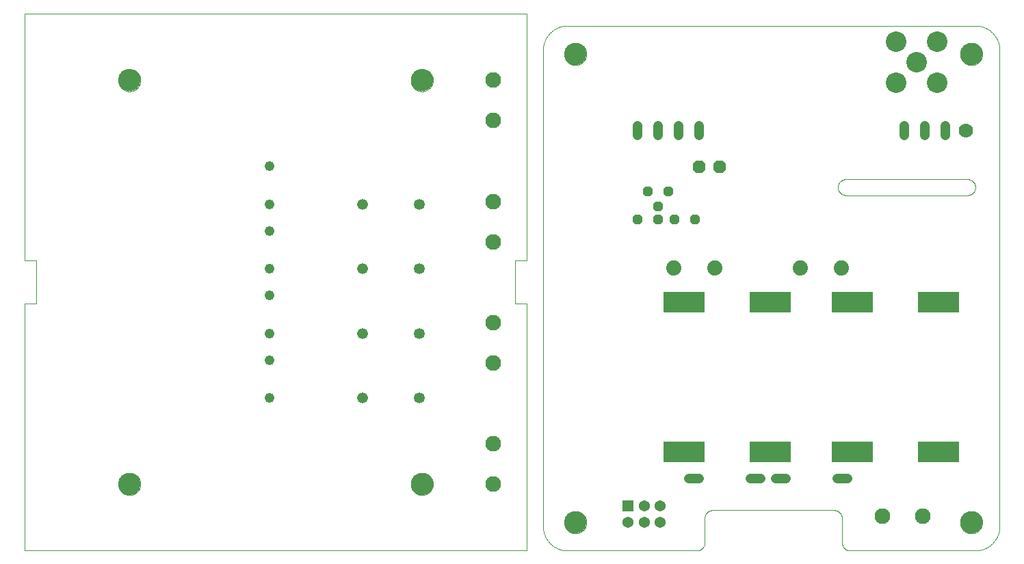
<source format=gts>
G75*
%MOIN*%
%OFA0B0*%
%FSLAX25Y25*%
%IPPOS*%
%LPD*%
%AMOC8*
5,1,8,0,0,1.08239X$1,22.5*
%
%ADD10C,0.00000*%
%ADD11C,0.10827*%
%ADD12C,0.04800*%
%ADD13C,0.05250*%
%ADD14C,0.05315*%
%ADD15C,0.07677*%
%ADD16C,0.10000*%
%ADD17R,0.05400X0.05400*%
%ADD18C,0.05400*%
%ADD19C,0.07400*%
%ADD20OC8,0.04800*%
%ADD21R,0.09843X0.09843*%
%ADD22C,0.04800*%
%ADD23OC8,0.06300*%
%ADD24C,0.04724*%
%ADD25C,0.07000*%
D10*
X0001000Y0033905D02*
X0245882Y0033905D01*
X0245882Y0154378D01*
X0239976Y0154378D01*
X0239976Y0175244D01*
X0245882Y0175244D01*
X0245882Y0295716D01*
X0001000Y0295716D01*
X0001000Y0175244D01*
X0006906Y0175244D01*
X0006906Y0154378D01*
X0001000Y0154378D01*
X0001000Y0033905D01*
X0046768Y0066386D02*
X0046770Y0066533D01*
X0046776Y0066679D01*
X0046786Y0066825D01*
X0046800Y0066971D01*
X0046818Y0067117D01*
X0046839Y0067262D01*
X0046865Y0067406D01*
X0046895Y0067550D01*
X0046928Y0067692D01*
X0046965Y0067834D01*
X0047006Y0067975D01*
X0047051Y0068114D01*
X0047100Y0068253D01*
X0047152Y0068390D01*
X0047209Y0068525D01*
X0047268Y0068659D01*
X0047332Y0068791D01*
X0047399Y0068921D01*
X0047469Y0069050D01*
X0047543Y0069177D01*
X0047620Y0069301D01*
X0047701Y0069424D01*
X0047785Y0069544D01*
X0047872Y0069662D01*
X0047962Y0069777D01*
X0048055Y0069890D01*
X0048152Y0070001D01*
X0048251Y0070109D01*
X0048353Y0070214D01*
X0048458Y0070316D01*
X0048566Y0070415D01*
X0048677Y0070512D01*
X0048790Y0070605D01*
X0048905Y0070695D01*
X0049023Y0070782D01*
X0049143Y0070866D01*
X0049266Y0070947D01*
X0049390Y0071024D01*
X0049517Y0071098D01*
X0049646Y0071168D01*
X0049776Y0071235D01*
X0049908Y0071299D01*
X0050042Y0071358D01*
X0050177Y0071415D01*
X0050314Y0071467D01*
X0050453Y0071516D01*
X0050592Y0071561D01*
X0050733Y0071602D01*
X0050875Y0071639D01*
X0051017Y0071672D01*
X0051161Y0071702D01*
X0051305Y0071728D01*
X0051450Y0071749D01*
X0051596Y0071767D01*
X0051742Y0071781D01*
X0051888Y0071791D01*
X0052034Y0071797D01*
X0052181Y0071799D01*
X0052328Y0071797D01*
X0052474Y0071791D01*
X0052620Y0071781D01*
X0052766Y0071767D01*
X0052912Y0071749D01*
X0053057Y0071728D01*
X0053201Y0071702D01*
X0053345Y0071672D01*
X0053487Y0071639D01*
X0053629Y0071602D01*
X0053770Y0071561D01*
X0053909Y0071516D01*
X0054048Y0071467D01*
X0054185Y0071415D01*
X0054320Y0071358D01*
X0054454Y0071299D01*
X0054586Y0071235D01*
X0054716Y0071168D01*
X0054845Y0071098D01*
X0054972Y0071024D01*
X0055096Y0070947D01*
X0055219Y0070866D01*
X0055339Y0070782D01*
X0055457Y0070695D01*
X0055572Y0070605D01*
X0055685Y0070512D01*
X0055796Y0070415D01*
X0055904Y0070316D01*
X0056009Y0070214D01*
X0056111Y0070109D01*
X0056210Y0070001D01*
X0056307Y0069890D01*
X0056400Y0069777D01*
X0056490Y0069662D01*
X0056577Y0069544D01*
X0056661Y0069424D01*
X0056742Y0069301D01*
X0056819Y0069177D01*
X0056893Y0069050D01*
X0056963Y0068921D01*
X0057030Y0068791D01*
X0057094Y0068659D01*
X0057153Y0068525D01*
X0057210Y0068390D01*
X0057262Y0068253D01*
X0057311Y0068114D01*
X0057356Y0067975D01*
X0057397Y0067834D01*
X0057434Y0067692D01*
X0057467Y0067550D01*
X0057497Y0067406D01*
X0057523Y0067262D01*
X0057544Y0067117D01*
X0057562Y0066971D01*
X0057576Y0066825D01*
X0057586Y0066679D01*
X0057592Y0066533D01*
X0057594Y0066386D01*
X0057592Y0066239D01*
X0057586Y0066093D01*
X0057576Y0065947D01*
X0057562Y0065801D01*
X0057544Y0065655D01*
X0057523Y0065510D01*
X0057497Y0065366D01*
X0057467Y0065222D01*
X0057434Y0065080D01*
X0057397Y0064938D01*
X0057356Y0064797D01*
X0057311Y0064658D01*
X0057262Y0064519D01*
X0057210Y0064382D01*
X0057153Y0064247D01*
X0057094Y0064113D01*
X0057030Y0063981D01*
X0056963Y0063851D01*
X0056893Y0063722D01*
X0056819Y0063595D01*
X0056742Y0063471D01*
X0056661Y0063348D01*
X0056577Y0063228D01*
X0056490Y0063110D01*
X0056400Y0062995D01*
X0056307Y0062882D01*
X0056210Y0062771D01*
X0056111Y0062663D01*
X0056009Y0062558D01*
X0055904Y0062456D01*
X0055796Y0062357D01*
X0055685Y0062260D01*
X0055572Y0062167D01*
X0055457Y0062077D01*
X0055339Y0061990D01*
X0055219Y0061906D01*
X0055096Y0061825D01*
X0054972Y0061748D01*
X0054845Y0061674D01*
X0054716Y0061604D01*
X0054586Y0061537D01*
X0054454Y0061473D01*
X0054320Y0061414D01*
X0054185Y0061357D01*
X0054048Y0061305D01*
X0053909Y0061256D01*
X0053770Y0061211D01*
X0053629Y0061170D01*
X0053487Y0061133D01*
X0053345Y0061100D01*
X0053201Y0061070D01*
X0053057Y0061044D01*
X0052912Y0061023D01*
X0052766Y0061005D01*
X0052620Y0060991D01*
X0052474Y0060981D01*
X0052328Y0060975D01*
X0052181Y0060973D01*
X0052034Y0060975D01*
X0051888Y0060981D01*
X0051742Y0060991D01*
X0051596Y0061005D01*
X0051450Y0061023D01*
X0051305Y0061044D01*
X0051161Y0061070D01*
X0051017Y0061100D01*
X0050875Y0061133D01*
X0050733Y0061170D01*
X0050592Y0061211D01*
X0050453Y0061256D01*
X0050314Y0061305D01*
X0050177Y0061357D01*
X0050042Y0061414D01*
X0049908Y0061473D01*
X0049776Y0061537D01*
X0049646Y0061604D01*
X0049517Y0061674D01*
X0049390Y0061748D01*
X0049266Y0061825D01*
X0049143Y0061906D01*
X0049023Y0061990D01*
X0048905Y0062077D01*
X0048790Y0062167D01*
X0048677Y0062260D01*
X0048566Y0062357D01*
X0048458Y0062456D01*
X0048353Y0062558D01*
X0048251Y0062663D01*
X0048152Y0062771D01*
X0048055Y0062882D01*
X0047962Y0062995D01*
X0047872Y0063110D01*
X0047785Y0063228D01*
X0047701Y0063348D01*
X0047620Y0063471D01*
X0047543Y0063595D01*
X0047469Y0063722D01*
X0047399Y0063851D01*
X0047332Y0063981D01*
X0047268Y0064113D01*
X0047209Y0064247D01*
X0047152Y0064382D01*
X0047100Y0064519D01*
X0047051Y0064658D01*
X0047006Y0064797D01*
X0046965Y0064938D01*
X0046928Y0065080D01*
X0046895Y0065222D01*
X0046865Y0065366D01*
X0046839Y0065510D01*
X0046818Y0065655D01*
X0046800Y0065801D01*
X0046786Y0065947D01*
X0046776Y0066093D01*
X0046770Y0066239D01*
X0046768Y0066386D01*
X0189288Y0066386D02*
X0189290Y0066533D01*
X0189296Y0066679D01*
X0189306Y0066825D01*
X0189320Y0066971D01*
X0189338Y0067117D01*
X0189359Y0067262D01*
X0189385Y0067406D01*
X0189415Y0067550D01*
X0189448Y0067692D01*
X0189485Y0067834D01*
X0189526Y0067975D01*
X0189571Y0068114D01*
X0189620Y0068253D01*
X0189672Y0068390D01*
X0189729Y0068525D01*
X0189788Y0068659D01*
X0189852Y0068791D01*
X0189919Y0068921D01*
X0189989Y0069050D01*
X0190063Y0069177D01*
X0190140Y0069301D01*
X0190221Y0069424D01*
X0190305Y0069544D01*
X0190392Y0069662D01*
X0190482Y0069777D01*
X0190575Y0069890D01*
X0190672Y0070001D01*
X0190771Y0070109D01*
X0190873Y0070214D01*
X0190978Y0070316D01*
X0191086Y0070415D01*
X0191197Y0070512D01*
X0191310Y0070605D01*
X0191425Y0070695D01*
X0191543Y0070782D01*
X0191663Y0070866D01*
X0191786Y0070947D01*
X0191910Y0071024D01*
X0192037Y0071098D01*
X0192166Y0071168D01*
X0192296Y0071235D01*
X0192428Y0071299D01*
X0192562Y0071358D01*
X0192697Y0071415D01*
X0192834Y0071467D01*
X0192973Y0071516D01*
X0193112Y0071561D01*
X0193253Y0071602D01*
X0193395Y0071639D01*
X0193537Y0071672D01*
X0193681Y0071702D01*
X0193825Y0071728D01*
X0193970Y0071749D01*
X0194116Y0071767D01*
X0194262Y0071781D01*
X0194408Y0071791D01*
X0194554Y0071797D01*
X0194701Y0071799D01*
X0194848Y0071797D01*
X0194994Y0071791D01*
X0195140Y0071781D01*
X0195286Y0071767D01*
X0195432Y0071749D01*
X0195577Y0071728D01*
X0195721Y0071702D01*
X0195865Y0071672D01*
X0196007Y0071639D01*
X0196149Y0071602D01*
X0196290Y0071561D01*
X0196429Y0071516D01*
X0196568Y0071467D01*
X0196705Y0071415D01*
X0196840Y0071358D01*
X0196974Y0071299D01*
X0197106Y0071235D01*
X0197236Y0071168D01*
X0197365Y0071098D01*
X0197492Y0071024D01*
X0197616Y0070947D01*
X0197739Y0070866D01*
X0197859Y0070782D01*
X0197977Y0070695D01*
X0198092Y0070605D01*
X0198205Y0070512D01*
X0198316Y0070415D01*
X0198424Y0070316D01*
X0198529Y0070214D01*
X0198631Y0070109D01*
X0198730Y0070001D01*
X0198827Y0069890D01*
X0198920Y0069777D01*
X0199010Y0069662D01*
X0199097Y0069544D01*
X0199181Y0069424D01*
X0199262Y0069301D01*
X0199339Y0069177D01*
X0199413Y0069050D01*
X0199483Y0068921D01*
X0199550Y0068791D01*
X0199614Y0068659D01*
X0199673Y0068525D01*
X0199730Y0068390D01*
X0199782Y0068253D01*
X0199831Y0068114D01*
X0199876Y0067975D01*
X0199917Y0067834D01*
X0199954Y0067692D01*
X0199987Y0067550D01*
X0200017Y0067406D01*
X0200043Y0067262D01*
X0200064Y0067117D01*
X0200082Y0066971D01*
X0200096Y0066825D01*
X0200106Y0066679D01*
X0200112Y0066533D01*
X0200114Y0066386D01*
X0200112Y0066239D01*
X0200106Y0066093D01*
X0200096Y0065947D01*
X0200082Y0065801D01*
X0200064Y0065655D01*
X0200043Y0065510D01*
X0200017Y0065366D01*
X0199987Y0065222D01*
X0199954Y0065080D01*
X0199917Y0064938D01*
X0199876Y0064797D01*
X0199831Y0064658D01*
X0199782Y0064519D01*
X0199730Y0064382D01*
X0199673Y0064247D01*
X0199614Y0064113D01*
X0199550Y0063981D01*
X0199483Y0063851D01*
X0199413Y0063722D01*
X0199339Y0063595D01*
X0199262Y0063471D01*
X0199181Y0063348D01*
X0199097Y0063228D01*
X0199010Y0063110D01*
X0198920Y0062995D01*
X0198827Y0062882D01*
X0198730Y0062771D01*
X0198631Y0062663D01*
X0198529Y0062558D01*
X0198424Y0062456D01*
X0198316Y0062357D01*
X0198205Y0062260D01*
X0198092Y0062167D01*
X0197977Y0062077D01*
X0197859Y0061990D01*
X0197739Y0061906D01*
X0197616Y0061825D01*
X0197492Y0061748D01*
X0197365Y0061674D01*
X0197236Y0061604D01*
X0197106Y0061537D01*
X0196974Y0061473D01*
X0196840Y0061414D01*
X0196705Y0061357D01*
X0196568Y0061305D01*
X0196429Y0061256D01*
X0196290Y0061211D01*
X0196149Y0061170D01*
X0196007Y0061133D01*
X0195865Y0061100D01*
X0195721Y0061070D01*
X0195577Y0061044D01*
X0195432Y0061023D01*
X0195286Y0061005D01*
X0195140Y0060991D01*
X0194994Y0060981D01*
X0194848Y0060975D01*
X0194701Y0060973D01*
X0194554Y0060975D01*
X0194408Y0060981D01*
X0194262Y0060991D01*
X0194116Y0061005D01*
X0193970Y0061023D01*
X0193825Y0061044D01*
X0193681Y0061070D01*
X0193537Y0061100D01*
X0193395Y0061133D01*
X0193253Y0061170D01*
X0193112Y0061211D01*
X0192973Y0061256D01*
X0192834Y0061305D01*
X0192697Y0061357D01*
X0192562Y0061414D01*
X0192428Y0061473D01*
X0192296Y0061537D01*
X0192166Y0061604D01*
X0192037Y0061674D01*
X0191910Y0061748D01*
X0191786Y0061825D01*
X0191663Y0061906D01*
X0191543Y0061990D01*
X0191425Y0062077D01*
X0191310Y0062167D01*
X0191197Y0062260D01*
X0191086Y0062357D01*
X0190978Y0062456D01*
X0190873Y0062558D01*
X0190771Y0062663D01*
X0190672Y0062771D01*
X0190575Y0062882D01*
X0190482Y0062995D01*
X0190392Y0063110D01*
X0190305Y0063228D01*
X0190221Y0063348D01*
X0190140Y0063471D01*
X0190063Y0063595D01*
X0189989Y0063722D01*
X0189919Y0063851D01*
X0189852Y0063981D01*
X0189788Y0064113D01*
X0189729Y0064247D01*
X0189672Y0064382D01*
X0189620Y0064519D01*
X0189571Y0064658D01*
X0189526Y0064797D01*
X0189485Y0064938D01*
X0189448Y0065080D01*
X0189415Y0065222D01*
X0189385Y0065366D01*
X0189359Y0065510D01*
X0189338Y0065655D01*
X0189320Y0065801D01*
X0189306Y0065947D01*
X0189296Y0066093D01*
X0189290Y0066239D01*
X0189288Y0066386D01*
X0253756Y0045716D02*
X0253756Y0278000D01*
X0253759Y0278285D01*
X0253770Y0278571D01*
X0253787Y0278856D01*
X0253811Y0279140D01*
X0253842Y0279424D01*
X0253880Y0279707D01*
X0253925Y0279988D01*
X0253976Y0280269D01*
X0254034Y0280549D01*
X0254099Y0280827D01*
X0254171Y0281103D01*
X0254249Y0281377D01*
X0254334Y0281650D01*
X0254426Y0281920D01*
X0254524Y0282188D01*
X0254628Y0282454D01*
X0254739Y0282717D01*
X0254856Y0282977D01*
X0254979Y0283235D01*
X0255109Y0283489D01*
X0255245Y0283740D01*
X0255386Y0283988D01*
X0255534Y0284232D01*
X0255687Y0284473D01*
X0255847Y0284709D01*
X0256012Y0284942D01*
X0256182Y0285171D01*
X0256358Y0285396D01*
X0256540Y0285616D01*
X0256726Y0285832D01*
X0256918Y0286043D01*
X0257115Y0286250D01*
X0257317Y0286452D01*
X0257524Y0286649D01*
X0257735Y0286841D01*
X0257951Y0287027D01*
X0258171Y0287209D01*
X0258396Y0287385D01*
X0258625Y0287555D01*
X0258858Y0287720D01*
X0259094Y0287880D01*
X0259335Y0288033D01*
X0259579Y0288181D01*
X0259827Y0288322D01*
X0260078Y0288458D01*
X0260332Y0288588D01*
X0260590Y0288711D01*
X0260850Y0288828D01*
X0261113Y0288939D01*
X0261379Y0289043D01*
X0261647Y0289141D01*
X0261917Y0289233D01*
X0262190Y0289318D01*
X0262464Y0289396D01*
X0262740Y0289468D01*
X0263018Y0289533D01*
X0263298Y0289591D01*
X0263579Y0289642D01*
X0263860Y0289687D01*
X0264143Y0289725D01*
X0264427Y0289756D01*
X0264711Y0289780D01*
X0264996Y0289797D01*
X0265282Y0289808D01*
X0265567Y0289811D01*
X0464386Y0289811D01*
X0464671Y0289808D01*
X0464957Y0289797D01*
X0465242Y0289780D01*
X0465526Y0289756D01*
X0465810Y0289725D01*
X0466093Y0289687D01*
X0466374Y0289642D01*
X0466655Y0289591D01*
X0466935Y0289533D01*
X0467213Y0289468D01*
X0467489Y0289396D01*
X0467763Y0289318D01*
X0468036Y0289233D01*
X0468306Y0289141D01*
X0468574Y0289043D01*
X0468840Y0288939D01*
X0469103Y0288828D01*
X0469363Y0288711D01*
X0469621Y0288588D01*
X0469875Y0288458D01*
X0470126Y0288322D01*
X0470374Y0288181D01*
X0470618Y0288033D01*
X0470859Y0287880D01*
X0471095Y0287720D01*
X0471328Y0287555D01*
X0471557Y0287385D01*
X0471782Y0287209D01*
X0472002Y0287027D01*
X0472218Y0286841D01*
X0472429Y0286649D01*
X0472636Y0286452D01*
X0472838Y0286250D01*
X0473035Y0286043D01*
X0473227Y0285832D01*
X0473413Y0285616D01*
X0473595Y0285396D01*
X0473771Y0285171D01*
X0473941Y0284942D01*
X0474106Y0284709D01*
X0474266Y0284473D01*
X0474419Y0284232D01*
X0474567Y0283988D01*
X0474708Y0283740D01*
X0474844Y0283489D01*
X0474974Y0283235D01*
X0475097Y0282977D01*
X0475214Y0282717D01*
X0475325Y0282454D01*
X0475429Y0282188D01*
X0475527Y0281920D01*
X0475619Y0281650D01*
X0475704Y0281377D01*
X0475782Y0281103D01*
X0475854Y0280827D01*
X0475919Y0280549D01*
X0475977Y0280269D01*
X0476028Y0279988D01*
X0476073Y0279707D01*
X0476111Y0279424D01*
X0476142Y0279140D01*
X0476166Y0278856D01*
X0476183Y0278571D01*
X0476194Y0278285D01*
X0476197Y0278000D01*
X0476197Y0045716D01*
X0476194Y0045431D01*
X0476183Y0045145D01*
X0476166Y0044860D01*
X0476142Y0044576D01*
X0476111Y0044292D01*
X0476073Y0044009D01*
X0476028Y0043728D01*
X0475977Y0043447D01*
X0475919Y0043167D01*
X0475854Y0042889D01*
X0475782Y0042613D01*
X0475704Y0042339D01*
X0475619Y0042066D01*
X0475527Y0041796D01*
X0475429Y0041528D01*
X0475325Y0041262D01*
X0475214Y0040999D01*
X0475097Y0040739D01*
X0474974Y0040481D01*
X0474844Y0040227D01*
X0474708Y0039976D01*
X0474567Y0039728D01*
X0474419Y0039484D01*
X0474266Y0039243D01*
X0474106Y0039007D01*
X0473941Y0038774D01*
X0473771Y0038545D01*
X0473595Y0038320D01*
X0473413Y0038100D01*
X0473227Y0037884D01*
X0473035Y0037673D01*
X0472838Y0037466D01*
X0472636Y0037264D01*
X0472429Y0037067D01*
X0472218Y0036875D01*
X0472002Y0036689D01*
X0471782Y0036507D01*
X0471557Y0036331D01*
X0471328Y0036161D01*
X0471095Y0035996D01*
X0470859Y0035836D01*
X0470618Y0035683D01*
X0470374Y0035535D01*
X0470126Y0035394D01*
X0469875Y0035258D01*
X0469621Y0035128D01*
X0469363Y0035005D01*
X0469103Y0034888D01*
X0468840Y0034777D01*
X0468574Y0034673D01*
X0468306Y0034575D01*
X0468036Y0034483D01*
X0467763Y0034398D01*
X0467489Y0034320D01*
X0467213Y0034248D01*
X0466935Y0034183D01*
X0466655Y0034125D01*
X0466374Y0034074D01*
X0466093Y0034029D01*
X0465810Y0033991D01*
X0465526Y0033960D01*
X0465242Y0033936D01*
X0464957Y0033919D01*
X0464671Y0033908D01*
X0464386Y0033905D01*
X0403362Y0033905D01*
X0403238Y0033907D01*
X0403115Y0033913D01*
X0402991Y0033922D01*
X0402869Y0033936D01*
X0402746Y0033953D01*
X0402624Y0033975D01*
X0402503Y0034000D01*
X0402383Y0034029D01*
X0402264Y0034061D01*
X0402145Y0034098D01*
X0402028Y0034138D01*
X0401913Y0034181D01*
X0401798Y0034229D01*
X0401686Y0034280D01*
X0401575Y0034334D01*
X0401465Y0034392D01*
X0401358Y0034453D01*
X0401252Y0034518D01*
X0401149Y0034586D01*
X0401048Y0034657D01*
X0400949Y0034731D01*
X0400852Y0034808D01*
X0400758Y0034889D01*
X0400667Y0034972D01*
X0400578Y0035058D01*
X0400492Y0035147D01*
X0400409Y0035238D01*
X0400328Y0035332D01*
X0400251Y0035429D01*
X0400177Y0035528D01*
X0400106Y0035629D01*
X0400038Y0035732D01*
X0399973Y0035838D01*
X0399912Y0035945D01*
X0399854Y0036055D01*
X0399800Y0036166D01*
X0399749Y0036278D01*
X0399701Y0036393D01*
X0399658Y0036508D01*
X0399618Y0036625D01*
X0399581Y0036744D01*
X0399549Y0036863D01*
X0399520Y0036983D01*
X0399495Y0037104D01*
X0399473Y0037226D01*
X0399456Y0037349D01*
X0399442Y0037471D01*
X0399433Y0037595D01*
X0399427Y0037718D01*
X0399425Y0037842D01*
X0399425Y0049653D01*
X0399423Y0049777D01*
X0399417Y0049900D01*
X0399408Y0050024D01*
X0399394Y0050146D01*
X0399377Y0050269D01*
X0399355Y0050391D01*
X0399330Y0050512D01*
X0399301Y0050632D01*
X0399269Y0050751D01*
X0399232Y0050870D01*
X0399192Y0050987D01*
X0399149Y0051102D01*
X0399101Y0051217D01*
X0399050Y0051329D01*
X0398996Y0051440D01*
X0398938Y0051550D01*
X0398877Y0051657D01*
X0398812Y0051763D01*
X0398744Y0051866D01*
X0398673Y0051967D01*
X0398599Y0052066D01*
X0398522Y0052163D01*
X0398441Y0052257D01*
X0398358Y0052348D01*
X0398272Y0052437D01*
X0398183Y0052523D01*
X0398092Y0052606D01*
X0397998Y0052687D01*
X0397901Y0052764D01*
X0397802Y0052838D01*
X0397701Y0052909D01*
X0397598Y0052977D01*
X0397492Y0053042D01*
X0397385Y0053103D01*
X0397275Y0053161D01*
X0397164Y0053215D01*
X0397052Y0053266D01*
X0396937Y0053314D01*
X0396822Y0053357D01*
X0396705Y0053397D01*
X0396586Y0053434D01*
X0396467Y0053466D01*
X0396347Y0053495D01*
X0396226Y0053520D01*
X0396104Y0053542D01*
X0395981Y0053559D01*
X0395859Y0053573D01*
X0395735Y0053582D01*
X0395612Y0053588D01*
X0395488Y0053590D01*
X0336433Y0053590D01*
X0336309Y0053588D01*
X0336186Y0053582D01*
X0336062Y0053573D01*
X0335940Y0053559D01*
X0335817Y0053542D01*
X0335695Y0053520D01*
X0335574Y0053495D01*
X0335454Y0053466D01*
X0335335Y0053434D01*
X0335216Y0053397D01*
X0335099Y0053357D01*
X0334984Y0053314D01*
X0334869Y0053266D01*
X0334757Y0053215D01*
X0334646Y0053161D01*
X0334536Y0053103D01*
X0334429Y0053042D01*
X0334323Y0052977D01*
X0334220Y0052909D01*
X0334119Y0052838D01*
X0334020Y0052764D01*
X0333923Y0052687D01*
X0333829Y0052606D01*
X0333738Y0052523D01*
X0333649Y0052437D01*
X0333563Y0052348D01*
X0333480Y0052257D01*
X0333399Y0052163D01*
X0333322Y0052066D01*
X0333248Y0051967D01*
X0333177Y0051866D01*
X0333109Y0051763D01*
X0333044Y0051657D01*
X0332983Y0051550D01*
X0332925Y0051440D01*
X0332871Y0051329D01*
X0332820Y0051217D01*
X0332772Y0051102D01*
X0332729Y0050987D01*
X0332689Y0050870D01*
X0332652Y0050751D01*
X0332620Y0050632D01*
X0332591Y0050512D01*
X0332566Y0050391D01*
X0332544Y0050269D01*
X0332527Y0050146D01*
X0332513Y0050024D01*
X0332504Y0049900D01*
X0332498Y0049777D01*
X0332496Y0049653D01*
X0332496Y0037842D01*
X0332494Y0037718D01*
X0332488Y0037595D01*
X0332479Y0037471D01*
X0332465Y0037349D01*
X0332448Y0037226D01*
X0332426Y0037104D01*
X0332401Y0036983D01*
X0332372Y0036863D01*
X0332340Y0036744D01*
X0332303Y0036625D01*
X0332263Y0036508D01*
X0332220Y0036393D01*
X0332172Y0036278D01*
X0332121Y0036166D01*
X0332067Y0036055D01*
X0332009Y0035945D01*
X0331948Y0035838D01*
X0331883Y0035732D01*
X0331815Y0035629D01*
X0331744Y0035528D01*
X0331670Y0035429D01*
X0331593Y0035332D01*
X0331512Y0035238D01*
X0331429Y0035147D01*
X0331343Y0035058D01*
X0331254Y0034972D01*
X0331163Y0034889D01*
X0331069Y0034808D01*
X0330972Y0034731D01*
X0330873Y0034657D01*
X0330772Y0034586D01*
X0330669Y0034518D01*
X0330563Y0034453D01*
X0330456Y0034392D01*
X0330346Y0034334D01*
X0330235Y0034280D01*
X0330123Y0034229D01*
X0330008Y0034181D01*
X0329893Y0034138D01*
X0329776Y0034098D01*
X0329657Y0034061D01*
X0329538Y0034029D01*
X0329418Y0034000D01*
X0329297Y0033975D01*
X0329175Y0033953D01*
X0329052Y0033936D01*
X0328930Y0033922D01*
X0328806Y0033913D01*
X0328683Y0033907D01*
X0328559Y0033905D01*
X0265567Y0033905D01*
X0265282Y0033908D01*
X0264996Y0033919D01*
X0264711Y0033936D01*
X0264427Y0033960D01*
X0264143Y0033991D01*
X0263860Y0034029D01*
X0263579Y0034074D01*
X0263298Y0034125D01*
X0263018Y0034183D01*
X0262740Y0034248D01*
X0262464Y0034320D01*
X0262190Y0034398D01*
X0261917Y0034483D01*
X0261647Y0034575D01*
X0261379Y0034673D01*
X0261113Y0034777D01*
X0260850Y0034888D01*
X0260590Y0035005D01*
X0260332Y0035128D01*
X0260078Y0035258D01*
X0259827Y0035394D01*
X0259579Y0035535D01*
X0259335Y0035683D01*
X0259094Y0035836D01*
X0258858Y0035996D01*
X0258625Y0036161D01*
X0258396Y0036331D01*
X0258171Y0036507D01*
X0257951Y0036689D01*
X0257735Y0036875D01*
X0257524Y0037067D01*
X0257317Y0037264D01*
X0257115Y0037466D01*
X0256918Y0037673D01*
X0256726Y0037884D01*
X0256540Y0038100D01*
X0256358Y0038320D01*
X0256182Y0038545D01*
X0256012Y0038774D01*
X0255847Y0039007D01*
X0255687Y0039243D01*
X0255534Y0039484D01*
X0255386Y0039728D01*
X0255245Y0039976D01*
X0255109Y0040227D01*
X0254979Y0040481D01*
X0254856Y0040739D01*
X0254739Y0040999D01*
X0254628Y0041262D01*
X0254524Y0041528D01*
X0254426Y0041796D01*
X0254334Y0042066D01*
X0254249Y0042339D01*
X0254171Y0042613D01*
X0254099Y0042889D01*
X0254034Y0043167D01*
X0253976Y0043447D01*
X0253925Y0043728D01*
X0253880Y0044009D01*
X0253842Y0044292D01*
X0253811Y0044576D01*
X0253787Y0044860D01*
X0253770Y0045145D01*
X0253759Y0045431D01*
X0253756Y0045716D01*
X0264091Y0047685D02*
X0264093Y0047832D01*
X0264099Y0047978D01*
X0264109Y0048124D01*
X0264123Y0048270D01*
X0264141Y0048416D01*
X0264162Y0048561D01*
X0264188Y0048705D01*
X0264218Y0048849D01*
X0264251Y0048991D01*
X0264288Y0049133D01*
X0264329Y0049274D01*
X0264374Y0049413D01*
X0264423Y0049552D01*
X0264475Y0049689D01*
X0264532Y0049824D01*
X0264591Y0049958D01*
X0264655Y0050090D01*
X0264722Y0050220D01*
X0264792Y0050349D01*
X0264866Y0050476D01*
X0264943Y0050600D01*
X0265024Y0050723D01*
X0265108Y0050843D01*
X0265195Y0050961D01*
X0265285Y0051076D01*
X0265378Y0051189D01*
X0265475Y0051300D01*
X0265574Y0051408D01*
X0265676Y0051513D01*
X0265781Y0051615D01*
X0265889Y0051714D01*
X0266000Y0051811D01*
X0266113Y0051904D01*
X0266228Y0051994D01*
X0266346Y0052081D01*
X0266466Y0052165D01*
X0266589Y0052246D01*
X0266713Y0052323D01*
X0266840Y0052397D01*
X0266969Y0052467D01*
X0267099Y0052534D01*
X0267231Y0052598D01*
X0267365Y0052657D01*
X0267500Y0052714D01*
X0267637Y0052766D01*
X0267776Y0052815D01*
X0267915Y0052860D01*
X0268056Y0052901D01*
X0268198Y0052938D01*
X0268340Y0052971D01*
X0268484Y0053001D01*
X0268628Y0053027D01*
X0268773Y0053048D01*
X0268919Y0053066D01*
X0269065Y0053080D01*
X0269211Y0053090D01*
X0269357Y0053096D01*
X0269504Y0053098D01*
X0269651Y0053096D01*
X0269797Y0053090D01*
X0269943Y0053080D01*
X0270089Y0053066D01*
X0270235Y0053048D01*
X0270380Y0053027D01*
X0270524Y0053001D01*
X0270668Y0052971D01*
X0270810Y0052938D01*
X0270952Y0052901D01*
X0271093Y0052860D01*
X0271232Y0052815D01*
X0271371Y0052766D01*
X0271508Y0052714D01*
X0271643Y0052657D01*
X0271777Y0052598D01*
X0271909Y0052534D01*
X0272039Y0052467D01*
X0272168Y0052397D01*
X0272295Y0052323D01*
X0272419Y0052246D01*
X0272542Y0052165D01*
X0272662Y0052081D01*
X0272780Y0051994D01*
X0272895Y0051904D01*
X0273008Y0051811D01*
X0273119Y0051714D01*
X0273227Y0051615D01*
X0273332Y0051513D01*
X0273434Y0051408D01*
X0273533Y0051300D01*
X0273630Y0051189D01*
X0273723Y0051076D01*
X0273813Y0050961D01*
X0273900Y0050843D01*
X0273984Y0050723D01*
X0274065Y0050600D01*
X0274142Y0050476D01*
X0274216Y0050349D01*
X0274286Y0050220D01*
X0274353Y0050090D01*
X0274417Y0049958D01*
X0274476Y0049824D01*
X0274533Y0049689D01*
X0274585Y0049552D01*
X0274634Y0049413D01*
X0274679Y0049274D01*
X0274720Y0049133D01*
X0274757Y0048991D01*
X0274790Y0048849D01*
X0274820Y0048705D01*
X0274846Y0048561D01*
X0274867Y0048416D01*
X0274885Y0048270D01*
X0274899Y0048124D01*
X0274909Y0047978D01*
X0274915Y0047832D01*
X0274917Y0047685D01*
X0274915Y0047538D01*
X0274909Y0047392D01*
X0274899Y0047246D01*
X0274885Y0047100D01*
X0274867Y0046954D01*
X0274846Y0046809D01*
X0274820Y0046665D01*
X0274790Y0046521D01*
X0274757Y0046379D01*
X0274720Y0046237D01*
X0274679Y0046096D01*
X0274634Y0045957D01*
X0274585Y0045818D01*
X0274533Y0045681D01*
X0274476Y0045546D01*
X0274417Y0045412D01*
X0274353Y0045280D01*
X0274286Y0045150D01*
X0274216Y0045021D01*
X0274142Y0044894D01*
X0274065Y0044770D01*
X0273984Y0044647D01*
X0273900Y0044527D01*
X0273813Y0044409D01*
X0273723Y0044294D01*
X0273630Y0044181D01*
X0273533Y0044070D01*
X0273434Y0043962D01*
X0273332Y0043857D01*
X0273227Y0043755D01*
X0273119Y0043656D01*
X0273008Y0043559D01*
X0272895Y0043466D01*
X0272780Y0043376D01*
X0272662Y0043289D01*
X0272542Y0043205D01*
X0272419Y0043124D01*
X0272295Y0043047D01*
X0272168Y0042973D01*
X0272039Y0042903D01*
X0271909Y0042836D01*
X0271777Y0042772D01*
X0271643Y0042713D01*
X0271508Y0042656D01*
X0271371Y0042604D01*
X0271232Y0042555D01*
X0271093Y0042510D01*
X0270952Y0042469D01*
X0270810Y0042432D01*
X0270668Y0042399D01*
X0270524Y0042369D01*
X0270380Y0042343D01*
X0270235Y0042322D01*
X0270089Y0042304D01*
X0269943Y0042290D01*
X0269797Y0042280D01*
X0269651Y0042274D01*
X0269504Y0042272D01*
X0269357Y0042274D01*
X0269211Y0042280D01*
X0269065Y0042290D01*
X0268919Y0042304D01*
X0268773Y0042322D01*
X0268628Y0042343D01*
X0268484Y0042369D01*
X0268340Y0042399D01*
X0268198Y0042432D01*
X0268056Y0042469D01*
X0267915Y0042510D01*
X0267776Y0042555D01*
X0267637Y0042604D01*
X0267500Y0042656D01*
X0267365Y0042713D01*
X0267231Y0042772D01*
X0267099Y0042836D01*
X0266969Y0042903D01*
X0266840Y0042973D01*
X0266713Y0043047D01*
X0266589Y0043124D01*
X0266466Y0043205D01*
X0266346Y0043289D01*
X0266228Y0043376D01*
X0266113Y0043466D01*
X0266000Y0043559D01*
X0265889Y0043656D01*
X0265781Y0043755D01*
X0265676Y0043857D01*
X0265574Y0043962D01*
X0265475Y0044070D01*
X0265378Y0044181D01*
X0265285Y0044294D01*
X0265195Y0044409D01*
X0265108Y0044527D01*
X0265024Y0044647D01*
X0264943Y0044770D01*
X0264866Y0044894D01*
X0264792Y0045021D01*
X0264722Y0045150D01*
X0264655Y0045280D01*
X0264591Y0045412D01*
X0264532Y0045546D01*
X0264475Y0045681D01*
X0264423Y0045818D01*
X0264374Y0045957D01*
X0264329Y0046096D01*
X0264288Y0046237D01*
X0264251Y0046379D01*
X0264218Y0046521D01*
X0264188Y0046665D01*
X0264162Y0046809D01*
X0264141Y0046954D01*
X0264123Y0047100D01*
X0264109Y0047246D01*
X0264099Y0047392D01*
X0264093Y0047538D01*
X0264091Y0047685D01*
X0457004Y0047685D02*
X0457006Y0047832D01*
X0457012Y0047978D01*
X0457022Y0048124D01*
X0457036Y0048270D01*
X0457054Y0048416D01*
X0457075Y0048561D01*
X0457101Y0048705D01*
X0457131Y0048849D01*
X0457164Y0048991D01*
X0457201Y0049133D01*
X0457242Y0049274D01*
X0457287Y0049413D01*
X0457336Y0049552D01*
X0457388Y0049689D01*
X0457445Y0049824D01*
X0457504Y0049958D01*
X0457568Y0050090D01*
X0457635Y0050220D01*
X0457705Y0050349D01*
X0457779Y0050476D01*
X0457856Y0050600D01*
X0457937Y0050723D01*
X0458021Y0050843D01*
X0458108Y0050961D01*
X0458198Y0051076D01*
X0458291Y0051189D01*
X0458388Y0051300D01*
X0458487Y0051408D01*
X0458589Y0051513D01*
X0458694Y0051615D01*
X0458802Y0051714D01*
X0458913Y0051811D01*
X0459026Y0051904D01*
X0459141Y0051994D01*
X0459259Y0052081D01*
X0459379Y0052165D01*
X0459502Y0052246D01*
X0459626Y0052323D01*
X0459753Y0052397D01*
X0459882Y0052467D01*
X0460012Y0052534D01*
X0460144Y0052598D01*
X0460278Y0052657D01*
X0460413Y0052714D01*
X0460550Y0052766D01*
X0460689Y0052815D01*
X0460828Y0052860D01*
X0460969Y0052901D01*
X0461111Y0052938D01*
X0461253Y0052971D01*
X0461397Y0053001D01*
X0461541Y0053027D01*
X0461686Y0053048D01*
X0461832Y0053066D01*
X0461978Y0053080D01*
X0462124Y0053090D01*
X0462270Y0053096D01*
X0462417Y0053098D01*
X0462564Y0053096D01*
X0462710Y0053090D01*
X0462856Y0053080D01*
X0463002Y0053066D01*
X0463148Y0053048D01*
X0463293Y0053027D01*
X0463437Y0053001D01*
X0463581Y0052971D01*
X0463723Y0052938D01*
X0463865Y0052901D01*
X0464006Y0052860D01*
X0464145Y0052815D01*
X0464284Y0052766D01*
X0464421Y0052714D01*
X0464556Y0052657D01*
X0464690Y0052598D01*
X0464822Y0052534D01*
X0464952Y0052467D01*
X0465081Y0052397D01*
X0465208Y0052323D01*
X0465332Y0052246D01*
X0465455Y0052165D01*
X0465575Y0052081D01*
X0465693Y0051994D01*
X0465808Y0051904D01*
X0465921Y0051811D01*
X0466032Y0051714D01*
X0466140Y0051615D01*
X0466245Y0051513D01*
X0466347Y0051408D01*
X0466446Y0051300D01*
X0466543Y0051189D01*
X0466636Y0051076D01*
X0466726Y0050961D01*
X0466813Y0050843D01*
X0466897Y0050723D01*
X0466978Y0050600D01*
X0467055Y0050476D01*
X0467129Y0050349D01*
X0467199Y0050220D01*
X0467266Y0050090D01*
X0467330Y0049958D01*
X0467389Y0049824D01*
X0467446Y0049689D01*
X0467498Y0049552D01*
X0467547Y0049413D01*
X0467592Y0049274D01*
X0467633Y0049133D01*
X0467670Y0048991D01*
X0467703Y0048849D01*
X0467733Y0048705D01*
X0467759Y0048561D01*
X0467780Y0048416D01*
X0467798Y0048270D01*
X0467812Y0048124D01*
X0467822Y0047978D01*
X0467828Y0047832D01*
X0467830Y0047685D01*
X0467828Y0047538D01*
X0467822Y0047392D01*
X0467812Y0047246D01*
X0467798Y0047100D01*
X0467780Y0046954D01*
X0467759Y0046809D01*
X0467733Y0046665D01*
X0467703Y0046521D01*
X0467670Y0046379D01*
X0467633Y0046237D01*
X0467592Y0046096D01*
X0467547Y0045957D01*
X0467498Y0045818D01*
X0467446Y0045681D01*
X0467389Y0045546D01*
X0467330Y0045412D01*
X0467266Y0045280D01*
X0467199Y0045150D01*
X0467129Y0045021D01*
X0467055Y0044894D01*
X0466978Y0044770D01*
X0466897Y0044647D01*
X0466813Y0044527D01*
X0466726Y0044409D01*
X0466636Y0044294D01*
X0466543Y0044181D01*
X0466446Y0044070D01*
X0466347Y0043962D01*
X0466245Y0043857D01*
X0466140Y0043755D01*
X0466032Y0043656D01*
X0465921Y0043559D01*
X0465808Y0043466D01*
X0465693Y0043376D01*
X0465575Y0043289D01*
X0465455Y0043205D01*
X0465332Y0043124D01*
X0465208Y0043047D01*
X0465081Y0042973D01*
X0464952Y0042903D01*
X0464822Y0042836D01*
X0464690Y0042772D01*
X0464556Y0042713D01*
X0464421Y0042656D01*
X0464284Y0042604D01*
X0464145Y0042555D01*
X0464006Y0042510D01*
X0463865Y0042469D01*
X0463723Y0042432D01*
X0463581Y0042399D01*
X0463437Y0042369D01*
X0463293Y0042343D01*
X0463148Y0042322D01*
X0463002Y0042304D01*
X0462856Y0042290D01*
X0462710Y0042280D01*
X0462564Y0042274D01*
X0462417Y0042272D01*
X0462270Y0042274D01*
X0462124Y0042280D01*
X0461978Y0042290D01*
X0461832Y0042304D01*
X0461686Y0042322D01*
X0461541Y0042343D01*
X0461397Y0042369D01*
X0461253Y0042399D01*
X0461111Y0042432D01*
X0460969Y0042469D01*
X0460828Y0042510D01*
X0460689Y0042555D01*
X0460550Y0042604D01*
X0460413Y0042656D01*
X0460278Y0042713D01*
X0460144Y0042772D01*
X0460012Y0042836D01*
X0459882Y0042903D01*
X0459753Y0042973D01*
X0459626Y0043047D01*
X0459502Y0043124D01*
X0459379Y0043205D01*
X0459259Y0043289D01*
X0459141Y0043376D01*
X0459026Y0043466D01*
X0458913Y0043559D01*
X0458802Y0043656D01*
X0458694Y0043755D01*
X0458589Y0043857D01*
X0458487Y0043962D01*
X0458388Y0044070D01*
X0458291Y0044181D01*
X0458198Y0044294D01*
X0458108Y0044409D01*
X0458021Y0044527D01*
X0457937Y0044647D01*
X0457856Y0044770D01*
X0457779Y0044894D01*
X0457705Y0045021D01*
X0457635Y0045150D01*
X0457568Y0045280D01*
X0457504Y0045412D01*
X0457445Y0045546D01*
X0457388Y0045681D01*
X0457336Y0045818D01*
X0457287Y0045957D01*
X0457242Y0046096D01*
X0457201Y0046237D01*
X0457164Y0046379D01*
X0457131Y0046521D01*
X0457101Y0046665D01*
X0457075Y0046809D01*
X0457054Y0046954D01*
X0457036Y0047100D01*
X0457022Y0047246D01*
X0457012Y0047392D01*
X0457006Y0047538D01*
X0457004Y0047685D01*
X0460449Y0207134D02*
X0401394Y0207134D01*
X0401270Y0207136D01*
X0401147Y0207142D01*
X0401023Y0207151D01*
X0400901Y0207165D01*
X0400778Y0207182D01*
X0400656Y0207204D01*
X0400535Y0207229D01*
X0400415Y0207258D01*
X0400296Y0207290D01*
X0400177Y0207327D01*
X0400060Y0207367D01*
X0399945Y0207410D01*
X0399830Y0207458D01*
X0399718Y0207509D01*
X0399607Y0207563D01*
X0399497Y0207621D01*
X0399390Y0207682D01*
X0399284Y0207747D01*
X0399181Y0207815D01*
X0399080Y0207886D01*
X0398981Y0207960D01*
X0398884Y0208037D01*
X0398790Y0208118D01*
X0398699Y0208201D01*
X0398610Y0208287D01*
X0398524Y0208376D01*
X0398441Y0208467D01*
X0398360Y0208561D01*
X0398283Y0208658D01*
X0398209Y0208757D01*
X0398138Y0208858D01*
X0398070Y0208961D01*
X0398005Y0209067D01*
X0397944Y0209174D01*
X0397886Y0209284D01*
X0397832Y0209395D01*
X0397781Y0209507D01*
X0397733Y0209622D01*
X0397690Y0209737D01*
X0397650Y0209854D01*
X0397613Y0209973D01*
X0397581Y0210092D01*
X0397552Y0210212D01*
X0397527Y0210333D01*
X0397505Y0210455D01*
X0397488Y0210578D01*
X0397474Y0210700D01*
X0397465Y0210824D01*
X0397459Y0210947D01*
X0397457Y0211071D01*
X0397459Y0211195D01*
X0397465Y0211318D01*
X0397474Y0211442D01*
X0397488Y0211564D01*
X0397505Y0211687D01*
X0397527Y0211809D01*
X0397552Y0211930D01*
X0397581Y0212050D01*
X0397613Y0212169D01*
X0397650Y0212288D01*
X0397690Y0212405D01*
X0397733Y0212520D01*
X0397781Y0212635D01*
X0397832Y0212747D01*
X0397886Y0212858D01*
X0397944Y0212968D01*
X0398005Y0213075D01*
X0398070Y0213181D01*
X0398138Y0213284D01*
X0398209Y0213385D01*
X0398283Y0213484D01*
X0398360Y0213581D01*
X0398441Y0213675D01*
X0398524Y0213766D01*
X0398610Y0213855D01*
X0398699Y0213941D01*
X0398790Y0214024D01*
X0398884Y0214105D01*
X0398981Y0214182D01*
X0399080Y0214256D01*
X0399181Y0214327D01*
X0399284Y0214395D01*
X0399390Y0214460D01*
X0399497Y0214521D01*
X0399607Y0214579D01*
X0399718Y0214633D01*
X0399830Y0214684D01*
X0399945Y0214732D01*
X0400060Y0214775D01*
X0400177Y0214815D01*
X0400296Y0214852D01*
X0400415Y0214884D01*
X0400535Y0214913D01*
X0400656Y0214938D01*
X0400778Y0214960D01*
X0400901Y0214977D01*
X0401023Y0214991D01*
X0401147Y0215000D01*
X0401270Y0215006D01*
X0401394Y0215008D01*
X0460449Y0215008D01*
X0464386Y0211071D02*
X0464384Y0210947D01*
X0464378Y0210824D01*
X0464369Y0210700D01*
X0464355Y0210578D01*
X0464338Y0210455D01*
X0464316Y0210333D01*
X0464291Y0210212D01*
X0464262Y0210092D01*
X0464230Y0209973D01*
X0464193Y0209854D01*
X0464153Y0209737D01*
X0464110Y0209622D01*
X0464062Y0209507D01*
X0464011Y0209395D01*
X0463957Y0209284D01*
X0463899Y0209174D01*
X0463838Y0209067D01*
X0463773Y0208961D01*
X0463705Y0208858D01*
X0463634Y0208757D01*
X0463560Y0208658D01*
X0463483Y0208561D01*
X0463402Y0208467D01*
X0463319Y0208376D01*
X0463233Y0208287D01*
X0463144Y0208201D01*
X0463053Y0208118D01*
X0462959Y0208037D01*
X0462862Y0207960D01*
X0462763Y0207886D01*
X0462662Y0207815D01*
X0462559Y0207747D01*
X0462453Y0207682D01*
X0462346Y0207621D01*
X0462236Y0207563D01*
X0462125Y0207509D01*
X0462013Y0207458D01*
X0461898Y0207410D01*
X0461783Y0207367D01*
X0461666Y0207327D01*
X0461547Y0207290D01*
X0461428Y0207258D01*
X0461308Y0207229D01*
X0461187Y0207204D01*
X0461065Y0207182D01*
X0460942Y0207165D01*
X0460820Y0207151D01*
X0460696Y0207142D01*
X0460573Y0207136D01*
X0460449Y0207134D01*
X0464386Y0211071D02*
X0464384Y0211195D01*
X0464378Y0211318D01*
X0464369Y0211442D01*
X0464355Y0211564D01*
X0464338Y0211687D01*
X0464316Y0211809D01*
X0464291Y0211930D01*
X0464262Y0212050D01*
X0464230Y0212169D01*
X0464193Y0212288D01*
X0464153Y0212405D01*
X0464110Y0212520D01*
X0464062Y0212635D01*
X0464011Y0212747D01*
X0463957Y0212858D01*
X0463899Y0212968D01*
X0463838Y0213075D01*
X0463773Y0213181D01*
X0463705Y0213284D01*
X0463634Y0213385D01*
X0463560Y0213484D01*
X0463483Y0213581D01*
X0463402Y0213675D01*
X0463319Y0213766D01*
X0463233Y0213855D01*
X0463144Y0213941D01*
X0463053Y0214024D01*
X0462959Y0214105D01*
X0462862Y0214182D01*
X0462763Y0214256D01*
X0462662Y0214327D01*
X0462559Y0214395D01*
X0462453Y0214460D01*
X0462346Y0214521D01*
X0462236Y0214579D01*
X0462125Y0214633D01*
X0462013Y0214684D01*
X0461898Y0214732D01*
X0461783Y0214775D01*
X0461666Y0214815D01*
X0461547Y0214852D01*
X0461428Y0214884D01*
X0461308Y0214913D01*
X0461187Y0214938D01*
X0461065Y0214960D01*
X0460942Y0214977D01*
X0460820Y0214991D01*
X0460696Y0215000D01*
X0460573Y0215006D01*
X0460449Y0215008D01*
X0457004Y0276031D02*
X0457006Y0276178D01*
X0457012Y0276324D01*
X0457022Y0276470D01*
X0457036Y0276616D01*
X0457054Y0276762D01*
X0457075Y0276907D01*
X0457101Y0277051D01*
X0457131Y0277195D01*
X0457164Y0277337D01*
X0457201Y0277479D01*
X0457242Y0277620D01*
X0457287Y0277759D01*
X0457336Y0277898D01*
X0457388Y0278035D01*
X0457445Y0278170D01*
X0457504Y0278304D01*
X0457568Y0278436D01*
X0457635Y0278566D01*
X0457705Y0278695D01*
X0457779Y0278822D01*
X0457856Y0278946D01*
X0457937Y0279069D01*
X0458021Y0279189D01*
X0458108Y0279307D01*
X0458198Y0279422D01*
X0458291Y0279535D01*
X0458388Y0279646D01*
X0458487Y0279754D01*
X0458589Y0279859D01*
X0458694Y0279961D01*
X0458802Y0280060D01*
X0458913Y0280157D01*
X0459026Y0280250D01*
X0459141Y0280340D01*
X0459259Y0280427D01*
X0459379Y0280511D01*
X0459502Y0280592D01*
X0459626Y0280669D01*
X0459753Y0280743D01*
X0459882Y0280813D01*
X0460012Y0280880D01*
X0460144Y0280944D01*
X0460278Y0281003D01*
X0460413Y0281060D01*
X0460550Y0281112D01*
X0460689Y0281161D01*
X0460828Y0281206D01*
X0460969Y0281247D01*
X0461111Y0281284D01*
X0461253Y0281317D01*
X0461397Y0281347D01*
X0461541Y0281373D01*
X0461686Y0281394D01*
X0461832Y0281412D01*
X0461978Y0281426D01*
X0462124Y0281436D01*
X0462270Y0281442D01*
X0462417Y0281444D01*
X0462564Y0281442D01*
X0462710Y0281436D01*
X0462856Y0281426D01*
X0463002Y0281412D01*
X0463148Y0281394D01*
X0463293Y0281373D01*
X0463437Y0281347D01*
X0463581Y0281317D01*
X0463723Y0281284D01*
X0463865Y0281247D01*
X0464006Y0281206D01*
X0464145Y0281161D01*
X0464284Y0281112D01*
X0464421Y0281060D01*
X0464556Y0281003D01*
X0464690Y0280944D01*
X0464822Y0280880D01*
X0464952Y0280813D01*
X0465081Y0280743D01*
X0465208Y0280669D01*
X0465332Y0280592D01*
X0465455Y0280511D01*
X0465575Y0280427D01*
X0465693Y0280340D01*
X0465808Y0280250D01*
X0465921Y0280157D01*
X0466032Y0280060D01*
X0466140Y0279961D01*
X0466245Y0279859D01*
X0466347Y0279754D01*
X0466446Y0279646D01*
X0466543Y0279535D01*
X0466636Y0279422D01*
X0466726Y0279307D01*
X0466813Y0279189D01*
X0466897Y0279069D01*
X0466978Y0278946D01*
X0467055Y0278822D01*
X0467129Y0278695D01*
X0467199Y0278566D01*
X0467266Y0278436D01*
X0467330Y0278304D01*
X0467389Y0278170D01*
X0467446Y0278035D01*
X0467498Y0277898D01*
X0467547Y0277759D01*
X0467592Y0277620D01*
X0467633Y0277479D01*
X0467670Y0277337D01*
X0467703Y0277195D01*
X0467733Y0277051D01*
X0467759Y0276907D01*
X0467780Y0276762D01*
X0467798Y0276616D01*
X0467812Y0276470D01*
X0467822Y0276324D01*
X0467828Y0276178D01*
X0467830Y0276031D01*
X0467828Y0275884D01*
X0467822Y0275738D01*
X0467812Y0275592D01*
X0467798Y0275446D01*
X0467780Y0275300D01*
X0467759Y0275155D01*
X0467733Y0275011D01*
X0467703Y0274867D01*
X0467670Y0274725D01*
X0467633Y0274583D01*
X0467592Y0274442D01*
X0467547Y0274303D01*
X0467498Y0274164D01*
X0467446Y0274027D01*
X0467389Y0273892D01*
X0467330Y0273758D01*
X0467266Y0273626D01*
X0467199Y0273496D01*
X0467129Y0273367D01*
X0467055Y0273240D01*
X0466978Y0273116D01*
X0466897Y0272993D01*
X0466813Y0272873D01*
X0466726Y0272755D01*
X0466636Y0272640D01*
X0466543Y0272527D01*
X0466446Y0272416D01*
X0466347Y0272308D01*
X0466245Y0272203D01*
X0466140Y0272101D01*
X0466032Y0272002D01*
X0465921Y0271905D01*
X0465808Y0271812D01*
X0465693Y0271722D01*
X0465575Y0271635D01*
X0465455Y0271551D01*
X0465332Y0271470D01*
X0465208Y0271393D01*
X0465081Y0271319D01*
X0464952Y0271249D01*
X0464822Y0271182D01*
X0464690Y0271118D01*
X0464556Y0271059D01*
X0464421Y0271002D01*
X0464284Y0270950D01*
X0464145Y0270901D01*
X0464006Y0270856D01*
X0463865Y0270815D01*
X0463723Y0270778D01*
X0463581Y0270745D01*
X0463437Y0270715D01*
X0463293Y0270689D01*
X0463148Y0270668D01*
X0463002Y0270650D01*
X0462856Y0270636D01*
X0462710Y0270626D01*
X0462564Y0270620D01*
X0462417Y0270618D01*
X0462270Y0270620D01*
X0462124Y0270626D01*
X0461978Y0270636D01*
X0461832Y0270650D01*
X0461686Y0270668D01*
X0461541Y0270689D01*
X0461397Y0270715D01*
X0461253Y0270745D01*
X0461111Y0270778D01*
X0460969Y0270815D01*
X0460828Y0270856D01*
X0460689Y0270901D01*
X0460550Y0270950D01*
X0460413Y0271002D01*
X0460278Y0271059D01*
X0460144Y0271118D01*
X0460012Y0271182D01*
X0459882Y0271249D01*
X0459753Y0271319D01*
X0459626Y0271393D01*
X0459502Y0271470D01*
X0459379Y0271551D01*
X0459259Y0271635D01*
X0459141Y0271722D01*
X0459026Y0271812D01*
X0458913Y0271905D01*
X0458802Y0272002D01*
X0458694Y0272101D01*
X0458589Y0272203D01*
X0458487Y0272308D01*
X0458388Y0272416D01*
X0458291Y0272527D01*
X0458198Y0272640D01*
X0458108Y0272755D01*
X0458021Y0272873D01*
X0457937Y0272993D01*
X0457856Y0273116D01*
X0457779Y0273240D01*
X0457705Y0273367D01*
X0457635Y0273496D01*
X0457568Y0273626D01*
X0457504Y0273758D01*
X0457445Y0273892D01*
X0457388Y0274027D01*
X0457336Y0274164D01*
X0457287Y0274303D01*
X0457242Y0274442D01*
X0457201Y0274583D01*
X0457164Y0274725D01*
X0457131Y0274867D01*
X0457101Y0275011D01*
X0457075Y0275155D01*
X0457054Y0275300D01*
X0457036Y0275446D01*
X0457022Y0275592D01*
X0457012Y0275738D01*
X0457006Y0275884D01*
X0457004Y0276031D01*
X0264091Y0276031D02*
X0264093Y0276178D01*
X0264099Y0276324D01*
X0264109Y0276470D01*
X0264123Y0276616D01*
X0264141Y0276762D01*
X0264162Y0276907D01*
X0264188Y0277051D01*
X0264218Y0277195D01*
X0264251Y0277337D01*
X0264288Y0277479D01*
X0264329Y0277620D01*
X0264374Y0277759D01*
X0264423Y0277898D01*
X0264475Y0278035D01*
X0264532Y0278170D01*
X0264591Y0278304D01*
X0264655Y0278436D01*
X0264722Y0278566D01*
X0264792Y0278695D01*
X0264866Y0278822D01*
X0264943Y0278946D01*
X0265024Y0279069D01*
X0265108Y0279189D01*
X0265195Y0279307D01*
X0265285Y0279422D01*
X0265378Y0279535D01*
X0265475Y0279646D01*
X0265574Y0279754D01*
X0265676Y0279859D01*
X0265781Y0279961D01*
X0265889Y0280060D01*
X0266000Y0280157D01*
X0266113Y0280250D01*
X0266228Y0280340D01*
X0266346Y0280427D01*
X0266466Y0280511D01*
X0266589Y0280592D01*
X0266713Y0280669D01*
X0266840Y0280743D01*
X0266969Y0280813D01*
X0267099Y0280880D01*
X0267231Y0280944D01*
X0267365Y0281003D01*
X0267500Y0281060D01*
X0267637Y0281112D01*
X0267776Y0281161D01*
X0267915Y0281206D01*
X0268056Y0281247D01*
X0268198Y0281284D01*
X0268340Y0281317D01*
X0268484Y0281347D01*
X0268628Y0281373D01*
X0268773Y0281394D01*
X0268919Y0281412D01*
X0269065Y0281426D01*
X0269211Y0281436D01*
X0269357Y0281442D01*
X0269504Y0281444D01*
X0269651Y0281442D01*
X0269797Y0281436D01*
X0269943Y0281426D01*
X0270089Y0281412D01*
X0270235Y0281394D01*
X0270380Y0281373D01*
X0270524Y0281347D01*
X0270668Y0281317D01*
X0270810Y0281284D01*
X0270952Y0281247D01*
X0271093Y0281206D01*
X0271232Y0281161D01*
X0271371Y0281112D01*
X0271508Y0281060D01*
X0271643Y0281003D01*
X0271777Y0280944D01*
X0271909Y0280880D01*
X0272039Y0280813D01*
X0272168Y0280743D01*
X0272295Y0280669D01*
X0272419Y0280592D01*
X0272542Y0280511D01*
X0272662Y0280427D01*
X0272780Y0280340D01*
X0272895Y0280250D01*
X0273008Y0280157D01*
X0273119Y0280060D01*
X0273227Y0279961D01*
X0273332Y0279859D01*
X0273434Y0279754D01*
X0273533Y0279646D01*
X0273630Y0279535D01*
X0273723Y0279422D01*
X0273813Y0279307D01*
X0273900Y0279189D01*
X0273984Y0279069D01*
X0274065Y0278946D01*
X0274142Y0278822D01*
X0274216Y0278695D01*
X0274286Y0278566D01*
X0274353Y0278436D01*
X0274417Y0278304D01*
X0274476Y0278170D01*
X0274533Y0278035D01*
X0274585Y0277898D01*
X0274634Y0277759D01*
X0274679Y0277620D01*
X0274720Y0277479D01*
X0274757Y0277337D01*
X0274790Y0277195D01*
X0274820Y0277051D01*
X0274846Y0276907D01*
X0274867Y0276762D01*
X0274885Y0276616D01*
X0274899Y0276470D01*
X0274909Y0276324D01*
X0274915Y0276178D01*
X0274917Y0276031D01*
X0274915Y0275884D01*
X0274909Y0275738D01*
X0274899Y0275592D01*
X0274885Y0275446D01*
X0274867Y0275300D01*
X0274846Y0275155D01*
X0274820Y0275011D01*
X0274790Y0274867D01*
X0274757Y0274725D01*
X0274720Y0274583D01*
X0274679Y0274442D01*
X0274634Y0274303D01*
X0274585Y0274164D01*
X0274533Y0274027D01*
X0274476Y0273892D01*
X0274417Y0273758D01*
X0274353Y0273626D01*
X0274286Y0273496D01*
X0274216Y0273367D01*
X0274142Y0273240D01*
X0274065Y0273116D01*
X0273984Y0272993D01*
X0273900Y0272873D01*
X0273813Y0272755D01*
X0273723Y0272640D01*
X0273630Y0272527D01*
X0273533Y0272416D01*
X0273434Y0272308D01*
X0273332Y0272203D01*
X0273227Y0272101D01*
X0273119Y0272002D01*
X0273008Y0271905D01*
X0272895Y0271812D01*
X0272780Y0271722D01*
X0272662Y0271635D01*
X0272542Y0271551D01*
X0272419Y0271470D01*
X0272295Y0271393D01*
X0272168Y0271319D01*
X0272039Y0271249D01*
X0271909Y0271182D01*
X0271777Y0271118D01*
X0271643Y0271059D01*
X0271508Y0271002D01*
X0271371Y0270950D01*
X0271232Y0270901D01*
X0271093Y0270856D01*
X0270952Y0270815D01*
X0270810Y0270778D01*
X0270668Y0270745D01*
X0270524Y0270715D01*
X0270380Y0270689D01*
X0270235Y0270668D01*
X0270089Y0270650D01*
X0269943Y0270636D01*
X0269797Y0270626D01*
X0269651Y0270620D01*
X0269504Y0270618D01*
X0269357Y0270620D01*
X0269211Y0270626D01*
X0269065Y0270636D01*
X0268919Y0270650D01*
X0268773Y0270668D01*
X0268628Y0270689D01*
X0268484Y0270715D01*
X0268340Y0270745D01*
X0268198Y0270778D01*
X0268056Y0270815D01*
X0267915Y0270856D01*
X0267776Y0270901D01*
X0267637Y0270950D01*
X0267500Y0271002D01*
X0267365Y0271059D01*
X0267231Y0271118D01*
X0267099Y0271182D01*
X0266969Y0271249D01*
X0266840Y0271319D01*
X0266713Y0271393D01*
X0266589Y0271470D01*
X0266466Y0271551D01*
X0266346Y0271635D01*
X0266228Y0271722D01*
X0266113Y0271812D01*
X0266000Y0271905D01*
X0265889Y0272002D01*
X0265781Y0272101D01*
X0265676Y0272203D01*
X0265574Y0272308D01*
X0265475Y0272416D01*
X0265378Y0272527D01*
X0265285Y0272640D01*
X0265195Y0272755D01*
X0265108Y0272873D01*
X0265024Y0272993D01*
X0264943Y0273116D01*
X0264866Y0273240D01*
X0264792Y0273367D01*
X0264722Y0273496D01*
X0264655Y0273626D01*
X0264591Y0273758D01*
X0264532Y0273892D01*
X0264475Y0274027D01*
X0264423Y0274164D01*
X0264374Y0274303D01*
X0264329Y0274442D01*
X0264288Y0274583D01*
X0264251Y0274725D01*
X0264218Y0274867D01*
X0264188Y0275011D01*
X0264162Y0275155D01*
X0264141Y0275300D01*
X0264123Y0275446D01*
X0264109Y0275592D01*
X0264099Y0275738D01*
X0264093Y0275884D01*
X0264091Y0276031D01*
X0189288Y0263236D02*
X0189290Y0263383D01*
X0189296Y0263529D01*
X0189306Y0263675D01*
X0189320Y0263821D01*
X0189338Y0263967D01*
X0189359Y0264112D01*
X0189385Y0264256D01*
X0189415Y0264400D01*
X0189448Y0264542D01*
X0189485Y0264684D01*
X0189526Y0264825D01*
X0189571Y0264964D01*
X0189620Y0265103D01*
X0189672Y0265240D01*
X0189729Y0265375D01*
X0189788Y0265509D01*
X0189852Y0265641D01*
X0189919Y0265771D01*
X0189989Y0265900D01*
X0190063Y0266027D01*
X0190140Y0266151D01*
X0190221Y0266274D01*
X0190305Y0266394D01*
X0190392Y0266512D01*
X0190482Y0266627D01*
X0190575Y0266740D01*
X0190672Y0266851D01*
X0190771Y0266959D01*
X0190873Y0267064D01*
X0190978Y0267166D01*
X0191086Y0267265D01*
X0191197Y0267362D01*
X0191310Y0267455D01*
X0191425Y0267545D01*
X0191543Y0267632D01*
X0191663Y0267716D01*
X0191786Y0267797D01*
X0191910Y0267874D01*
X0192037Y0267948D01*
X0192166Y0268018D01*
X0192296Y0268085D01*
X0192428Y0268149D01*
X0192562Y0268208D01*
X0192697Y0268265D01*
X0192834Y0268317D01*
X0192973Y0268366D01*
X0193112Y0268411D01*
X0193253Y0268452D01*
X0193395Y0268489D01*
X0193537Y0268522D01*
X0193681Y0268552D01*
X0193825Y0268578D01*
X0193970Y0268599D01*
X0194116Y0268617D01*
X0194262Y0268631D01*
X0194408Y0268641D01*
X0194554Y0268647D01*
X0194701Y0268649D01*
X0194848Y0268647D01*
X0194994Y0268641D01*
X0195140Y0268631D01*
X0195286Y0268617D01*
X0195432Y0268599D01*
X0195577Y0268578D01*
X0195721Y0268552D01*
X0195865Y0268522D01*
X0196007Y0268489D01*
X0196149Y0268452D01*
X0196290Y0268411D01*
X0196429Y0268366D01*
X0196568Y0268317D01*
X0196705Y0268265D01*
X0196840Y0268208D01*
X0196974Y0268149D01*
X0197106Y0268085D01*
X0197236Y0268018D01*
X0197365Y0267948D01*
X0197492Y0267874D01*
X0197616Y0267797D01*
X0197739Y0267716D01*
X0197859Y0267632D01*
X0197977Y0267545D01*
X0198092Y0267455D01*
X0198205Y0267362D01*
X0198316Y0267265D01*
X0198424Y0267166D01*
X0198529Y0267064D01*
X0198631Y0266959D01*
X0198730Y0266851D01*
X0198827Y0266740D01*
X0198920Y0266627D01*
X0199010Y0266512D01*
X0199097Y0266394D01*
X0199181Y0266274D01*
X0199262Y0266151D01*
X0199339Y0266027D01*
X0199413Y0265900D01*
X0199483Y0265771D01*
X0199550Y0265641D01*
X0199614Y0265509D01*
X0199673Y0265375D01*
X0199730Y0265240D01*
X0199782Y0265103D01*
X0199831Y0264964D01*
X0199876Y0264825D01*
X0199917Y0264684D01*
X0199954Y0264542D01*
X0199987Y0264400D01*
X0200017Y0264256D01*
X0200043Y0264112D01*
X0200064Y0263967D01*
X0200082Y0263821D01*
X0200096Y0263675D01*
X0200106Y0263529D01*
X0200112Y0263383D01*
X0200114Y0263236D01*
X0200112Y0263089D01*
X0200106Y0262943D01*
X0200096Y0262797D01*
X0200082Y0262651D01*
X0200064Y0262505D01*
X0200043Y0262360D01*
X0200017Y0262216D01*
X0199987Y0262072D01*
X0199954Y0261930D01*
X0199917Y0261788D01*
X0199876Y0261647D01*
X0199831Y0261508D01*
X0199782Y0261369D01*
X0199730Y0261232D01*
X0199673Y0261097D01*
X0199614Y0260963D01*
X0199550Y0260831D01*
X0199483Y0260701D01*
X0199413Y0260572D01*
X0199339Y0260445D01*
X0199262Y0260321D01*
X0199181Y0260198D01*
X0199097Y0260078D01*
X0199010Y0259960D01*
X0198920Y0259845D01*
X0198827Y0259732D01*
X0198730Y0259621D01*
X0198631Y0259513D01*
X0198529Y0259408D01*
X0198424Y0259306D01*
X0198316Y0259207D01*
X0198205Y0259110D01*
X0198092Y0259017D01*
X0197977Y0258927D01*
X0197859Y0258840D01*
X0197739Y0258756D01*
X0197616Y0258675D01*
X0197492Y0258598D01*
X0197365Y0258524D01*
X0197236Y0258454D01*
X0197106Y0258387D01*
X0196974Y0258323D01*
X0196840Y0258264D01*
X0196705Y0258207D01*
X0196568Y0258155D01*
X0196429Y0258106D01*
X0196290Y0258061D01*
X0196149Y0258020D01*
X0196007Y0257983D01*
X0195865Y0257950D01*
X0195721Y0257920D01*
X0195577Y0257894D01*
X0195432Y0257873D01*
X0195286Y0257855D01*
X0195140Y0257841D01*
X0194994Y0257831D01*
X0194848Y0257825D01*
X0194701Y0257823D01*
X0194554Y0257825D01*
X0194408Y0257831D01*
X0194262Y0257841D01*
X0194116Y0257855D01*
X0193970Y0257873D01*
X0193825Y0257894D01*
X0193681Y0257920D01*
X0193537Y0257950D01*
X0193395Y0257983D01*
X0193253Y0258020D01*
X0193112Y0258061D01*
X0192973Y0258106D01*
X0192834Y0258155D01*
X0192697Y0258207D01*
X0192562Y0258264D01*
X0192428Y0258323D01*
X0192296Y0258387D01*
X0192166Y0258454D01*
X0192037Y0258524D01*
X0191910Y0258598D01*
X0191786Y0258675D01*
X0191663Y0258756D01*
X0191543Y0258840D01*
X0191425Y0258927D01*
X0191310Y0259017D01*
X0191197Y0259110D01*
X0191086Y0259207D01*
X0190978Y0259306D01*
X0190873Y0259408D01*
X0190771Y0259513D01*
X0190672Y0259621D01*
X0190575Y0259732D01*
X0190482Y0259845D01*
X0190392Y0259960D01*
X0190305Y0260078D01*
X0190221Y0260198D01*
X0190140Y0260321D01*
X0190063Y0260445D01*
X0189989Y0260572D01*
X0189919Y0260701D01*
X0189852Y0260831D01*
X0189788Y0260963D01*
X0189729Y0261097D01*
X0189672Y0261232D01*
X0189620Y0261369D01*
X0189571Y0261508D01*
X0189526Y0261647D01*
X0189485Y0261788D01*
X0189448Y0261930D01*
X0189415Y0262072D01*
X0189385Y0262216D01*
X0189359Y0262360D01*
X0189338Y0262505D01*
X0189320Y0262651D01*
X0189306Y0262797D01*
X0189296Y0262943D01*
X0189290Y0263089D01*
X0189288Y0263236D01*
X0046768Y0263236D02*
X0046770Y0263383D01*
X0046776Y0263529D01*
X0046786Y0263675D01*
X0046800Y0263821D01*
X0046818Y0263967D01*
X0046839Y0264112D01*
X0046865Y0264256D01*
X0046895Y0264400D01*
X0046928Y0264542D01*
X0046965Y0264684D01*
X0047006Y0264825D01*
X0047051Y0264964D01*
X0047100Y0265103D01*
X0047152Y0265240D01*
X0047209Y0265375D01*
X0047268Y0265509D01*
X0047332Y0265641D01*
X0047399Y0265771D01*
X0047469Y0265900D01*
X0047543Y0266027D01*
X0047620Y0266151D01*
X0047701Y0266274D01*
X0047785Y0266394D01*
X0047872Y0266512D01*
X0047962Y0266627D01*
X0048055Y0266740D01*
X0048152Y0266851D01*
X0048251Y0266959D01*
X0048353Y0267064D01*
X0048458Y0267166D01*
X0048566Y0267265D01*
X0048677Y0267362D01*
X0048790Y0267455D01*
X0048905Y0267545D01*
X0049023Y0267632D01*
X0049143Y0267716D01*
X0049266Y0267797D01*
X0049390Y0267874D01*
X0049517Y0267948D01*
X0049646Y0268018D01*
X0049776Y0268085D01*
X0049908Y0268149D01*
X0050042Y0268208D01*
X0050177Y0268265D01*
X0050314Y0268317D01*
X0050453Y0268366D01*
X0050592Y0268411D01*
X0050733Y0268452D01*
X0050875Y0268489D01*
X0051017Y0268522D01*
X0051161Y0268552D01*
X0051305Y0268578D01*
X0051450Y0268599D01*
X0051596Y0268617D01*
X0051742Y0268631D01*
X0051888Y0268641D01*
X0052034Y0268647D01*
X0052181Y0268649D01*
X0052328Y0268647D01*
X0052474Y0268641D01*
X0052620Y0268631D01*
X0052766Y0268617D01*
X0052912Y0268599D01*
X0053057Y0268578D01*
X0053201Y0268552D01*
X0053345Y0268522D01*
X0053487Y0268489D01*
X0053629Y0268452D01*
X0053770Y0268411D01*
X0053909Y0268366D01*
X0054048Y0268317D01*
X0054185Y0268265D01*
X0054320Y0268208D01*
X0054454Y0268149D01*
X0054586Y0268085D01*
X0054716Y0268018D01*
X0054845Y0267948D01*
X0054972Y0267874D01*
X0055096Y0267797D01*
X0055219Y0267716D01*
X0055339Y0267632D01*
X0055457Y0267545D01*
X0055572Y0267455D01*
X0055685Y0267362D01*
X0055796Y0267265D01*
X0055904Y0267166D01*
X0056009Y0267064D01*
X0056111Y0266959D01*
X0056210Y0266851D01*
X0056307Y0266740D01*
X0056400Y0266627D01*
X0056490Y0266512D01*
X0056577Y0266394D01*
X0056661Y0266274D01*
X0056742Y0266151D01*
X0056819Y0266027D01*
X0056893Y0265900D01*
X0056963Y0265771D01*
X0057030Y0265641D01*
X0057094Y0265509D01*
X0057153Y0265375D01*
X0057210Y0265240D01*
X0057262Y0265103D01*
X0057311Y0264964D01*
X0057356Y0264825D01*
X0057397Y0264684D01*
X0057434Y0264542D01*
X0057467Y0264400D01*
X0057497Y0264256D01*
X0057523Y0264112D01*
X0057544Y0263967D01*
X0057562Y0263821D01*
X0057576Y0263675D01*
X0057586Y0263529D01*
X0057592Y0263383D01*
X0057594Y0263236D01*
X0057592Y0263089D01*
X0057586Y0262943D01*
X0057576Y0262797D01*
X0057562Y0262651D01*
X0057544Y0262505D01*
X0057523Y0262360D01*
X0057497Y0262216D01*
X0057467Y0262072D01*
X0057434Y0261930D01*
X0057397Y0261788D01*
X0057356Y0261647D01*
X0057311Y0261508D01*
X0057262Y0261369D01*
X0057210Y0261232D01*
X0057153Y0261097D01*
X0057094Y0260963D01*
X0057030Y0260831D01*
X0056963Y0260701D01*
X0056893Y0260572D01*
X0056819Y0260445D01*
X0056742Y0260321D01*
X0056661Y0260198D01*
X0056577Y0260078D01*
X0056490Y0259960D01*
X0056400Y0259845D01*
X0056307Y0259732D01*
X0056210Y0259621D01*
X0056111Y0259513D01*
X0056009Y0259408D01*
X0055904Y0259306D01*
X0055796Y0259207D01*
X0055685Y0259110D01*
X0055572Y0259017D01*
X0055457Y0258927D01*
X0055339Y0258840D01*
X0055219Y0258756D01*
X0055096Y0258675D01*
X0054972Y0258598D01*
X0054845Y0258524D01*
X0054716Y0258454D01*
X0054586Y0258387D01*
X0054454Y0258323D01*
X0054320Y0258264D01*
X0054185Y0258207D01*
X0054048Y0258155D01*
X0053909Y0258106D01*
X0053770Y0258061D01*
X0053629Y0258020D01*
X0053487Y0257983D01*
X0053345Y0257950D01*
X0053201Y0257920D01*
X0053057Y0257894D01*
X0052912Y0257873D01*
X0052766Y0257855D01*
X0052620Y0257841D01*
X0052474Y0257831D01*
X0052328Y0257825D01*
X0052181Y0257823D01*
X0052034Y0257825D01*
X0051888Y0257831D01*
X0051742Y0257841D01*
X0051596Y0257855D01*
X0051450Y0257873D01*
X0051305Y0257894D01*
X0051161Y0257920D01*
X0051017Y0257950D01*
X0050875Y0257983D01*
X0050733Y0258020D01*
X0050592Y0258061D01*
X0050453Y0258106D01*
X0050314Y0258155D01*
X0050177Y0258207D01*
X0050042Y0258264D01*
X0049908Y0258323D01*
X0049776Y0258387D01*
X0049646Y0258454D01*
X0049517Y0258524D01*
X0049390Y0258598D01*
X0049266Y0258675D01*
X0049143Y0258756D01*
X0049023Y0258840D01*
X0048905Y0258927D01*
X0048790Y0259017D01*
X0048677Y0259110D01*
X0048566Y0259207D01*
X0048458Y0259306D01*
X0048353Y0259408D01*
X0048251Y0259513D01*
X0048152Y0259621D01*
X0048055Y0259732D01*
X0047962Y0259845D01*
X0047872Y0259960D01*
X0047785Y0260078D01*
X0047701Y0260198D01*
X0047620Y0260321D01*
X0047543Y0260445D01*
X0047469Y0260572D01*
X0047399Y0260701D01*
X0047332Y0260831D01*
X0047268Y0260963D01*
X0047209Y0261097D01*
X0047152Y0261232D01*
X0047100Y0261369D01*
X0047051Y0261508D01*
X0047006Y0261647D01*
X0046965Y0261788D01*
X0046928Y0261930D01*
X0046895Y0262072D01*
X0046865Y0262216D01*
X0046839Y0262360D01*
X0046818Y0262505D01*
X0046800Y0262651D01*
X0046786Y0262797D01*
X0046776Y0262943D01*
X0046770Y0263089D01*
X0046768Y0263236D01*
D11*
X0052181Y0263236D03*
X0194701Y0263236D03*
X0269504Y0276031D03*
X0462417Y0276031D03*
X0194701Y0066386D03*
X0269504Y0047685D03*
X0462417Y0047685D03*
X0052181Y0066386D03*
D12*
X0120488Y0108315D03*
X0120488Y0126819D03*
X0120488Y0139811D03*
X0120488Y0158315D03*
X0120488Y0171307D03*
X0120488Y0189811D03*
X0120488Y0202803D03*
X0120488Y0221307D03*
D13*
X0165764Y0202803D03*
X0165764Y0171307D03*
X0165764Y0139811D03*
X0165764Y0108315D03*
D14*
X0193323Y0108315D03*
X0193323Y0139811D03*
X0193323Y0171307D03*
X0193323Y0202803D03*
D15*
X0229543Y0204181D03*
X0229543Y0184496D03*
X0229543Y0145126D03*
X0229543Y0125441D03*
X0229543Y0086071D03*
X0229543Y0066386D03*
X0419110Y0050637D03*
X0438795Y0050637D03*
X0229543Y0243551D03*
X0229543Y0263236D03*
D16*
X0425843Y0262094D03*
X0435843Y0272094D03*
X0445843Y0262094D03*
X0445843Y0282094D03*
X0425843Y0282094D03*
D17*
X0295094Y0055559D03*
D18*
X0295094Y0047685D03*
X0302969Y0047685D03*
X0310843Y0047685D03*
X0310843Y0055559D03*
X0302969Y0055559D03*
D19*
X0317378Y0171700D03*
X0337378Y0171700D03*
X0379189Y0171700D03*
X0399189Y0171700D03*
D20*
X0327654Y0195323D03*
X0317654Y0195323D03*
X0309937Y0195323D03*
X0309858Y0201602D03*
X0304858Y0209102D03*
X0314858Y0209102D03*
X0299937Y0195323D03*
D21*
X0317323Y0155051D03*
X0327323Y0155051D03*
X0359323Y0155051D03*
X0369323Y0155051D03*
X0399606Y0155051D03*
X0409606Y0155051D03*
X0441606Y0155051D03*
X0451606Y0155051D03*
X0451606Y0082051D03*
X0441606Y0082051D03*
X0409606Y0082051D03*
X0399606Y0082051D03*
X0369323Y0082051D03*
X0359323Y0082051D03*
X0327323Y0082051D03*
X0317323Y0082051D03*
D22*
X0324939Y0068945D02*
X0329739Y0068945D01*
X0354939Y0068945D02*
X0359739Y0068945D01*
X0367261Y0068945D02*
X0372061Y0068945D01*
X0397261Y0068945D02*
X0402061Y0068945D01*
D23*
X0339858Y0220913D03*
X0329858Y0220913D03*
D24*
X0329740Y0236267D02*
X0329740Y0240992D01*
X0319740Y0240992D02*
X0319740Y0236267D01*
X0309740Y0236267D02*
X0309740Y0240992D01*
X0299740Y0240992D02*
X0299740Y0236267D01*
X0429740Y0236267D02*
X0429740Y0240992D01*
X0439740Y0240992D02*
X0439740Y0236267D01*
X0449740Y0236267D02*
X0449740Y0240992D01*
D25*
X0459740Y0238630D03*
M02*

</source>
